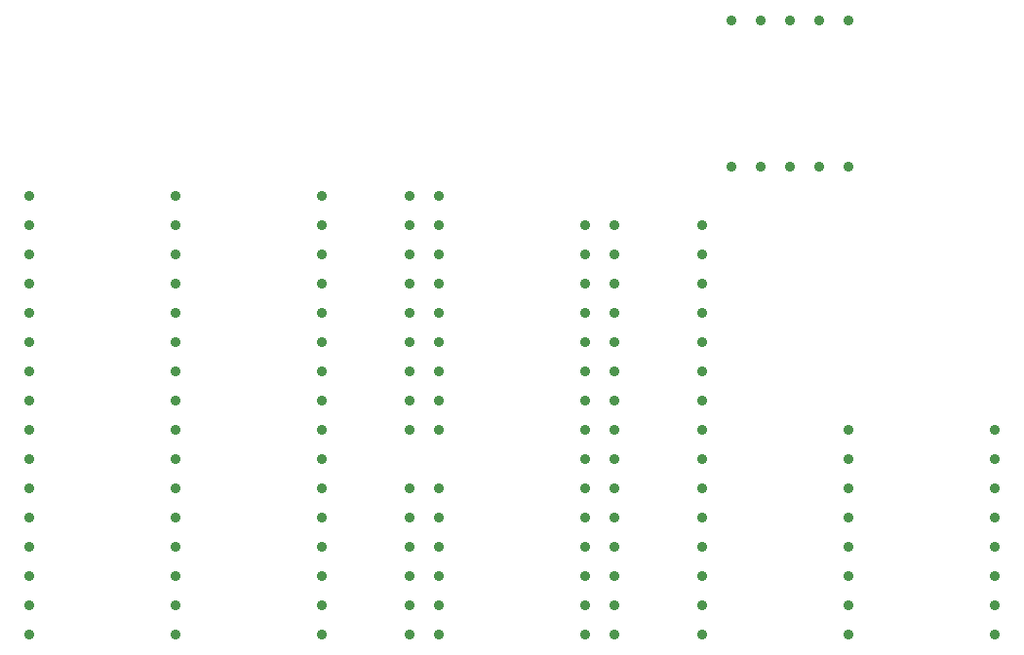
<source format=gbr>
G04 DesignSpark PCB Gerber Version 12.0 Build 5941*
G04 #@! TF.Part,Single*
G04 #@! TF.FilePolarity,Positive*
%FSLAX35Y35*%
%MOIN*%
G04 #@! TA.AperFunction,MechanicalDrill*
%ADD13C,0.03500*%
G04 #@! TD.AperFunction*
X0Y0D02*
D02*
D13*
X20250Y20250D03*
Y30250D03*
Y40250D03*
Y50250D03*
Y60250D03*
Y70250D03*
Y80250D03*
Y90250D03*
Y100250D03*
Y110250D03*
Y120250D03*
Y130250D03*
Y140250D03*
Y150250D03*
Y160250D03*
Y170250D03*
X70250Y20250D03*
Y30250D03*
Y40250D03*
Y50250D03*
Y60250D03*
Y70250D03*
Y80250D03*
Y90250D03*
Y100250D03*
Y110250D03*
Y120250D03*
Y130250D03*
Y140250D03*
Y150250D03*
Y160250D03*
Y170250D03*
X120250Y20250D03*
Y30250D03*
Y40250D03*
Y50250D03*
Y60250D03*
Y70250D03*
Y80250D03*
Y90250D03*
Y100250D03*
Y110250D03*
Y120250D03*
Y130250D03*
Y140250D03*
Y150250D03*
Y160250D03*
Y170250D03*
X150250Y20250D03*
Y30250D03*
Y40250D03*
Y50250D03*
Y60250D03*
Y70250D03*
Y90250D03*
Y100250D03*
Y110250D03*
Y120250D03*
Y130250D03*
Y140250D03*
Y150250D03*
Y160250D03*
Y170250D03*
X160250Y20250D03*
Y30250D03*
Y40250D03*
Y50250D03*
Y60250D03*
Y70250D03*
Y90250D03*
Y100250D03*
Y110250D03*
Y120250D03*
Y130250D03*
Y140250D03*
Y150250D03*
Y160250D03*
Y170250D03*
X210015Y80250D03*
Y90250D03*
Y100250D03*
Y110250D03*
X210250Y20250D03*
Y30250D03*
Y40250D03*
Y50250D03*
Y60250D03*
Y70250D03*
Y120250D03*
Y130250D03*
Y140250D03*
Y150250D03*
Y160250D03*
X220015Y80250D03*
Y90250D03*
Y100250D03*
Y110250D03*
X220250Y20250D03*
Y30250D03*
Y40250D03*
Y50250D03*
Y60250D03*
Y70250D03*
Y120250D03*
Y130250D03*
Y140250D03*
Y150250D03*
Y160250D03*
X250015Y80250D03*
Y90250D03*
Y100250D03*
Y110250D03*
X250250Y20250D03*
Y30250D03*
Y40250D03*
Y50250D03*
Y60250D03*
Y70250D03*
Y120250D03*
Y130250D03*
Y140250D03*
Y150250D03*
Y160250D03*
X260250Y180250D03*
Y230250D03*
X270250Y180250D03*
Y230250D03*
X280250Y180250D03*
Y230250D03*
X290250Y180250D03*
Y230250D03*
X300250Y20250D03*
Y30250D03*
Y40250D03*
Y50250D03*
Y60250D03*
Y70250D03*
Y80250D03*
Y90250D03*
Y180250D03*
Y230250D03*
X350250Y20250D03*
Y30250D03*
Y40250D03*
Y50250D03*
Y60250D03*
Y70250D03*
Y80250D03*
Y90250D03*
X0Y0D02*
M02*

</source>
